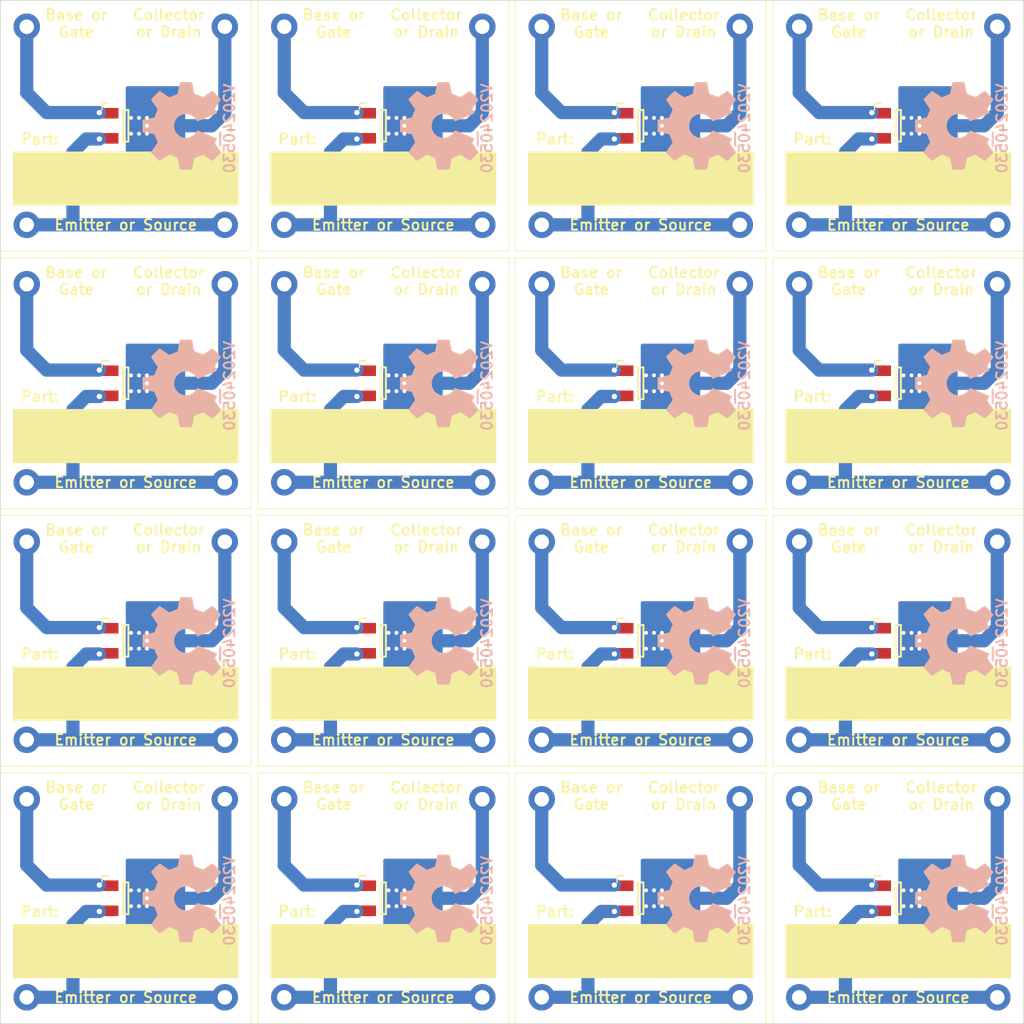
<source format=kicad_pcb>
(kicad_pcb (version 20221018) (generator pcbnew)
  (layers (0 "F.Cu" mixed) (31 "B.Cu" mixed) (34 "B.Paste" user) (35 "F.Paste" user) (36 "B.SilkS" user "B.Silkscreen") (37 "F.SilkS" user "F.Silkscreen") (38 "B.Mask" user) (39 "F.Mask" user) (44 "Edge.Cuts" user))
  (net 0 "")
  (net 1 "/B")
  (net 2 "/E")
  (net 3 "/C")
  (footprint "mill-max:PC_pin_nail_head_6092" (layer "F.Cu") (at 52 133)
    (fp_text reference "J1")
    (fp_text value "B or G")
  )
  (footprint "mill-max:PC_pin_nail_head_6092" (layer "F.Cu") (at 52 148)
    (fp_text reference "J2")
    (fp_text value "E or S")
  )
  (footprint "mill-max:PC_pin_nail_head_6092" (layer "F.Cu") (at 67 133)
    (fp_text reference "J3")
    (fp_text value "C or D")
  )
  (footprint "mill-max:PC_pin_nail_head_6092" (layer "F.Cu") (at 67 148)
    (fp_text reference "J4")
    (fp_text value "E or S")
  )
  (footprint "SquantorIC:SOT23-3" (layer "F.Cu") (at 59.5 140.5)
    (fp_text reference "Q1")
    (fp_text value "Q_NPN_BEC")
  )
  (footprint "mill-max:PC_pin_nail_head_6092" (layer "F.Cu") (at 52 94)
    (fp_text reference "J1")
    (fp_text value "B or G")
  )
  (footprint "mill-max:PC_pin_nail_head_6092" (layer "F.Cu") (at 125.5 109)
    (fp_text reference "J4")
    (fp_text value "E or S")
  )
  (footprint "mill-max:PC_pin_nail_head_6092" (layer "F.Cu") (at 67 74.5)
    (fp_text reference "J3")
    (fp_text value "C or D")
  )
  (footprint "SquantorIC:SOT23-3" (layer "F.Cu") (at 98.5 121)
    (fp_text reference "Q1")
    (fp_text value "Q_NPN_BEC")
  )
  (footprint "mill-max:PC_pin_nail_head_6092" (layer "F.Cu") (at 52 109)
    (fp_text reference "J2")
    (fp_text value "E or S")
  )
  (footprint "mill-max:PC_pin_nail_head_6092" (layer "F.Cu") (at 91 109)
    (fp_text reference "J2")
    (fp_text value "E or S")
  )
  (footprint "mill-max:PC_pin_nail_head_6092" (layer "F.Cu") (at 71.5 94)
    (fp_text reference "J1")
    (fp_text value "B or G")
  )
  (footprint "mill-max:PC_pin_nail_head_6092" (layer "F.Cu") (at 106 74.5)
    (fp_text reference "J3")
    (fp_text value "C or D")
  )
  (footprint "SquantorIC:SOT23-3" (layer "F.Cu") (at 98.5 140.5)
    (fp_text reference "Q1")
    (fp_text value "Q_NPN_BEC")
  )
  (footprint "mill-max:PC_pin_nail_head_6092" (layer "F.Cu") (at 86.5 148)
    (fp_text reference "J4")
    (fp_text value "E or S")
  )
  (footprint "SquantorIC:SOT23-3" (layer "F.Cu") (at 98.5 82)
    (fp_text reference "Q1")
    (fp_text value "Q_NPN_BEC")
  )
  (footprint "mill-max:PC_pin_nail_head_6092" (layer "F.Cu") (at 125.5 133)
    (fp_text reference "J3")
    (fp_text value "C or D")
  )
  (footprint "mill-max:PC_pin_nail_head_6092" (layer "F.Cu") (at 110.5 89.5)
    (fp_text reference "J2")
    (fp_text value "E or S")
  )
  (footprint "mill-max:PC_pin_nail_head_6092" (layer "F.Cu") (at 91 89.5)
    (fp_text reference "J2")
    (fp_text value "E or S")
  )
  (footprint "SquantorIC:SOT23-3" (layer "F.Cu") (at 79 101.5)
    (fp_text reference "Q1")
    (fp_text value "Q_NPN_BEC")
  )
  (footprint "mill-max:PC_pin_nail_head_6092" (layer "F.Cu") (at 106 148)
    (fp_text reference "J4")
    (fp_text value "E or S")
  )
  (footprint "SquantorIC:SOT23-3" (layer "F.Cu") (at 118 140.5)
    (fp_text reference "Q1")
    (fp_text value "Q_NPN_BEC")
  )
  (footprint "mill-max:PC_pin_nail_head_6092" (layer "F.Cu") (at 125.5 89.5)
    (fp_text reference "J4")
    (fp_text value "E or S")
  )
  (footprint "mill-max:PC_pin_nail_head_6092" (layer "F.Cu") (at 106 128.5)
    (fp_text reference "J4")
    (fp_text value "E or S")
  )
  (footprint "mill-max:PC_pin_nail_head_6092" (layer "F.Cu") (at 52 113.5)
    (fp_text reference "J1")
    (fp_text value "B or G")
  )
  (footprint "mill-max:PC_pin_nail_head_6092" (layer "F.Cu") (at 52 128.5)
    (fp_text reference "J2")
    (fp_text value "E or S")
  )
  (footprint "SquantorIC:SOT23-3" (layer "F.Cu") (at 59.5 101.5)
    (fp_text reference "Q1")
    (fp_text value "Q_NPN_BEC")
  )
  (footprint "SquantorIC:SOT23-3" (layer "F.Cu") (at 118 82)
    (fp_text reference "Q1")
    (fp_text value "Q_NPN_BEC")
  )
  (footprint "mill-max:PC_pin_nail_head_6092" (layer "F.Cu") (at 125.5 113.5)
    (fp_text reference "J3")
    (fp_text value "C or D")
  )
  (footprint "mill-max:PC_pin_nail_head_6092" (layer "F.Cu") (at 86.5 128.5)
    (fp_text reference "J4")
    (fp_text value "E or S")
  )
  (footprint "mill-max:PC_pin_nail_head_6092" (layer "F.Cu") (at 91 133)
    (fp_text reference "J1")
    (fp_text value "B or G")
  )
  (footprint "mill-max:PC_pin_nail_head_6092" (layer "F.Cu") (at 91 113.5)
    (fp_text reference "J1")
    (fp_text value "B or G")
  )
  (footprint "mill-max:PC_pin_nail_head_6092" (layer "F.Cu") (at 110.5 109)
    (fp_text reference "J2")
    (fp_text value "E or S")
  )
  (footprint "mill-max:PC_pin_nail_head_6092" (layer "F.Cu") (at 71.5 128.5)
    (fp_text reference "J2")
    (fp_text value "E or S")
  )
  (footprint "SquantorIC:SOT23-3" (layer "F.Cu") (at 79 121)
    (fp_text reference "Q1")
    (fp_text value "Q_NPN_BEC")
  )
  (footprint "mill-max:PC_pin_nail_head_6092" (layer "F.Cu") (at 110.5 94)
    (fp_text reference "J1")
    (fp_text value "B or G")
  )
  (footprint "mill-max:PC_pin_nail_head_6092" (layer "F.Cu") (at 86.5 109)
    (fp_text reference "J4")
    (fp_text value "E or S")
  )
  (footprint "mill-max:PC_pin_nail_head_6092" (layer "F.Cu") (at 106 89.5)
    (fp_text reference "J4")
    (fp_text value "E or S")
  )
  (footprint "mill-max:PC_pin_nail_head_6092" (layer "F.Cu") (at 110.5 128.5)
    (fp_text reference "J2")
    (fp_text value "E or S")
  )
  (footprint "mill-max:PC_pin_nail_head_6092" (layer "F.Cu") (at 86.5 113.5)
    (fp_text reference "J3")
    (fp_text value "C or D")
  )
  (footprint "mill-max:PC_pin_nail_head_6092" (layer "F.Cu") (at 106 133)
    (fp_text reference "J3")
    (fp_text value "C or D")
  )
  (footprint "mill-max:PC_pin_nail_head_6092" (layer "F.Cu") (at 71.5 133)
    (fp_text reference "J1")
    (fp_text value "B or G")
  )
  (footprint "mill-max:PC_pin_nail_head_6092" (layer "F.Cu") (at 110.5 74.5)
    (fp_text reference "J1")
    (fp_text value "B or G")
  )
  (footprint "mill-max:PC_pin_nail_head_6092" (layer "F.Cu") (at 71.5 113.5)
    (fp_text reference "J1")
    (fp_text value "B or G")
  )
  (footprint "mill-max:PC_pin_nail_head_6092" (layer "F.Cu") (at 125.5 148)
    (fp_text reference "J4")
    (fp_text value "E or S")
  )
  (footprint "mill-max:PC_pin_nail_head_6092" (layer "F.Cu") (at 91 128.5)
    (fp_text reference "J2")
    (fp_text value "E or S")
  )
  (footprint "mill-max:PC_pin_nail_head_6092" (layer "F.Cu") (at 71.5 89.5)
    (fp_text reference "J2")
    (fp_text value "E or S")
  )
  (footprint "SquantorIC:SOT23-3" (layer "F.Cu") (at 59.5 82)
    (fp_text reference "Q1")
    (fp_text value "Q_NPN_BEC")
  )
  (footprint "mill-max:PC_pin_nail_head_6092" (layer "F.Cu") (at 71.5 74.5)
    (fp_text reference "J1")
    (fp_text value "B or G")
  )
  (footprint "mill-max:PC_pin_nail_head_6092" (layer "F.Cu") (at 67 94)
    (fp_text reference "J3")
    (fp_text value "C or D")
  )
  (footprint "mill-max:PC_pin_nail_head_6092" (layer "F.Cu") (at 110.5 133)
    (fp_text reference "J1")
    (fp_text value "B or G")
  )
  (footprint "mill-max:PC_pin_nail_head_6092" (layer "F.Cu") (at 91 94)
    (fp_text reference "J1")
    (fp_text value "B or G")
  )
  (footprint "mill-max:PC_pin_nail_head_6092" (layer "F.Cu") (at 52 74.5)
    (fp_text reference "J1")
    (fp_text value "B or G")
  )
  (footprint "mill-max:PC_pin_nail_head_6092" (layer "F.Cu") (at 91 74.5)
    (fp_text reference "J1")
    (fp_text value "B or G")
  )
  (footprint "mill-max:PC_pin_nail_head_6092" (layer "F.Cu") (at 106 109)
    (fp_text reference "J4")
    (fp_text value "E or S")
  )
  (footprint "SquantorIC:SOT23-3" (layer "F.Cu") (at 79 140.5)
    (fp_text reference "Q1")
    (fp_text value "Q_NPN_BEC")
  )
  (footprint "mill-max:PC_pin_nail_head_6092" (layer "F.Cu") (at 52 89.5)
    (fp_text reference "J2")
    (fp_text value "E or S")
  )
  (footprint "mill-max:PC_pin_nail_head_6092" (layer "F.Cu") (at 125.5 74.5)
    (fp_text reference "J3")
    (fp_text value "C or D")
  )
  (footprint "mill-max:PC_pin_nail_head_6092" (layer "F.Cu") (at 86.5 89.5)
    (fp_text reference "J4")
    (fp_text value "E or S")
  )
  (footprint "mill-max:PC_pin_nail_head_6092" (layer "F.Cu") (at 86.5 94)
    (fp_text reference "J3")
    (fp_text value "C or D")
  )
  (footprint "SquantorIC:SOT23-3" (layer "F.Cu") (at 118 101.5)
    (fp_text reference "Q1")
    (fp_text value "Q_NPN_BEC")
  )
  (footprint "SquantorIC:SOT23-3" (layer "F.Cu") (at 118 121)
    (fp_text reference "Q1")
    (fp_text value "Q_NPN_BEC")
  )
  (footprint "mill-max:PC_pin_nail_head_6092" (layer "F.Cu") (at 71.5 109)
    (fp_text reference "J2")
    (fp_text value "E or S")
  )
  (footprint "mill-max:PC_pin_nail_head_6092" (layer "F.Cu") (at 67 89.5)
    (fp_text reference "J4")
    (fp_text value "E or S")
  )
  (footprint "mill-max:PC_pin_nail_head_6092" (layer "F.Cu") (at 67 128.5)
    (fp_text reference "J4")
    (fp_text value "E or S")
  )
  (footprint "mill-max:PC_pin_nail_head_6092" (layer "F.Cu") (at 86.5 133)
    (fp_text reference "J3")
    (fp_text value "C or D")
  )
  (footprint "mill-max:PC_pin_nail_head_6092" (layer "F.Cu") (at 71.5 148)
    (fp_text reference "J2")
    (fp_text value "E or S")
  )
  (footprint "mill-max:PC_pin_nail_head_6092" (layer "F.Cu") (at 86.5 74.5)
    (fp_text reference "J3")
    (fp_text value "C or D")
  )
  (footprint "mill-max:PC_pin_nail_head_6092" (layer "F.Cu") (at 125.5 94)
    (fp_text reference "J3")
    (fp_text value "C or D")
  )
  (footprint "SquantorIC:SOT23-3" (layer "F.Cu") (at 79 82)
    (fp_text reference "Q1")
    (fp_text value "Q_NPN_BEC")
  )
  (footprint "SquantorIC:SOT23-3" (layer "F.Cu") (at 98.5 101.5)
    (fp_text reference "Q1")
    (fp_text value "Q_NPN_BEC")
  )
  (footprint "mill-max:PC_pin_nail_head_6092" (layer "F.Cu") (at 106 94)
    (fp_text reference "J3")
    (fp_text value "C or D")
  )
  (footprint "mill-max:PC_pin_nail_head_6092" (layer "F.Cu") (at 91 148)
    (fp_text reference "J2")
    (fp_text value "E or S")
  )
  (footprint "mill-max:PC_pin_nail_head_6092" (layer "F.Cu") (at 106 113.5)
    (fp_text reference "J3")
    (fp_text value "C or D")
  )
  (footprint "SquantorIC:SOT23-3" (layer "F.Cu") (at 59.5 121)
    (fp_text reference "Q1")
    (fp_text value "Q_NPN_BEC")
  )
  (footprint "mill-max:PC_pin_nail_head_6092" (layer "F.Cu") (at 110.5 148)
    (fp_text reference "J2")
    (fp_text value "E or S")
  )
  (footprint "mill-max:PC_pin_nail_head_6092" (layer "F.Cu") (at 110.5 113.5)
    (fp_text reference "J1")
    (fp_text value "B or G")
  )
  (footprint "mill-max:PC_pin_nail_head_6092" (layer "F.Cu") (at 67 109)
    (fp_text reference "J4")
    (fp_text value "E or S")
  )
  (footprint "mill-max:PC_pin_nail_head_6092" (layer "F.Cu") (at 67 113.5)
    (fp_text reference "J3")
    (fp_text value "C or D")
  )
  (footprint "mill-max:PC_pin_nail_head_6092" (layer "F.Cu") (at 125.5 128.5)
    (fp_text reference "J4")
    (fp_text value "E or S")
  )
  (footprint "SquantorLabels:Label_Generic" (layer "B.Cu") (at 67.25 141.5 90)
    (fp_text reference "N1" hide)
    (fp_text value "V20240530")
  )
  (footprint "Symbol:OSHW-Symbol_6.7x6mm_SilkScreen" (layer "B.Cu") (at 63.75 140.5 -90)
    (fp_text reference "N2" hide)
    (fp_text value "OHWLOGO" hide)
  )
  (footprint "Symbol:OSHW-Symbol_6.7x6mm_SilkScreen" (layer "B.Cu") (at 63.75 101.5 -90)
    (fp_text reference "N2" hide)
    (fp_text value "OHWLOGO" hide)
  )
  (footprint "SquantorLabels:Label_Generic" (layer "B.Cu") (at 106.25 141.5 90)
    (fp_text reference "N1" hide)
    (fp_text value "V20240530")
  )
  (footprint "SquantorLabels:Label_Generic" (layer "B.Cu") (at 106.25 102.5 90)
    (fp_text reference "N1" hide)
    (fp_text value "V20240530")
  )
  (footprint "Symbol:OSHW-Symbol_6.7x6mm_SilkScreen" (layer "B.Cu") (at 122.25 140.5 -90)
    (fp_text reference "N2" hide)
    (fp_text value "OHWLOGO" hide)
  )
  (footprint "SquantorLabels:Label_Generic" (layer "B.Cu") (at 106.25 122 90)
    (fp_text reference "N1" hide)
    (fp_text value "V20240530")
  )
  (footprint "Symbol:OSHW-Symbol_6.7x6mm_SilkScreen" (layer "B.Cu") (at 102.75 121 -90)
    (fp_text reference "N2" hide)
    (fp_text value "OHWLOGO" hide)
  )
  (footprint "Symbol:OSHW-Symbol_6.7x6mm_SilkScreen" (layer "B.Cu") (at 102.75 82 -90)
    (fp_text reference "N2" hide)
    (fp_text value "OHWLOGO" hide)
  )
  (footprint "Symbol:OSHW-Symbol_6.7x6mm_SilkScreen" (layer "B.Cu") (at 83.25 140.5 -90)
    (fp_text reference "N2" hide)
    (fp_text value "OHWLOGO" hide)
  )
  (footprint "SquantorLabels:Label_Generic" (layer "B.Cu") (at 86.75 102.5 90)
    (fp_text reference "N1" hide)
    (fp_text value "V20240530")
  )
  (footprint "SquantorLabels:Label_Generic" (layer "B.Cu") (at 67.25 122 90)
    (fp_text reference "N1" hide)
    (fp_text value "V20240530")
  )
  (footprint "Symbol:OSHW-Symbol_6.7x6mm_SilkScreen" (layer "B.Cu") (at 83.25 82 -90)
    (fp_text reference "N2" hide)
    (fp_text value "OHWLOGO" hide)
  )
  (footprint "Symbol:OSHW-Symbol_6.7x6mm_SilkScreen" (layer "B.Cu") (at 63.75 121 -90)
    (fp_text reference "N2" hide)
    (fp_text value "OHWLOGO" hide)
  )
  (footprint "SquantorLabels:Label_Generic" (layer "B.Cu") (at 86.75 141.5 90)
    (fp_text reference "N1" hide)
    (fp_text value "V20240530")
  )
  (footprint "Symbol:OSHW-Symbol_6.7x6mm_SilkScreen" (layer "B.Cu") (at 102.75 101.5 -90)
    (fp_text reference "N2" hide)
    (fp_text value "OHWLOGO" hide)
  )
  (footprint "Symbol:OSHW-Symbol_6.7x6mm_SilkScreen" (layer "B.Cu") (at 102.75 140.5 -90)
    (fp_text reference "N2" hide)
    (fp_text value "OHWLOGO" hide)
  )
  (footprint "SquantorLabels:Label_Generic" (layer "B.Cu") (at 106.25 83 90)
    (fp_text reference "N1" hide)
    (fp_text value "V20240530")
  )
  (footprint "Symbol:OSHW-Symbol_6.7x6mm_SilkScreen" (layer "B.Cu") (at 83.25 121 -90)
    (fp_text reference "N2" hide)
    (fp_text value "OHWLOGO" hide)
  )
  (footprint "Symbol:OSHW-Symbol_6.7x6mm_SilkScreen" (layer "B.Cu") (at 83.25 101.5 -90)
    (fp_text reference "N2" hide)
    (fp_text value "OHWLOGO" hide)
  )
  (footprint "Symbol:OSHW-Symbol_6.7x6mm_SilkScreen" (layer "B.Cu") (at 122.25 101.5 -90)
    (fp_text reference "N2" hide)
    (fp_text value "OHWLOGO" hide)
  )
  (footprint "SquantorLabels:Label_Generic" (layer "B.Cu") (at 125.75 141.5 90)
    (fp_text reference "N1" hide)
    (fp_text value "V20240530")
  )
  (footprint "SquantorLabels:Label_Generic" (layer "B.Cu") (at 125.75 83 90)
    (fp_text reference "N1" hide)
    (fp_text value "V20240530")
  )
  (footprint "SquantorLabels:Label_Generic" (layer "B.Cu") (at 125.75 122 90)
    (fp_text reference "N1" hide)
    (fp_text value "V20240530")
  )
  (footprint "SquantorLabels:Label_Generic" (layer "B.Cu") (at 125.75 102.5 90)
    (fp_text reference "N1" hide)
    (fp_text value "V20240530")
  )
  (footprint "Symbol:OSHW-Symbol_6.7x6mm_SilkScreen" (layer "B.Cu") (at 63.75 82 -90)
    (fp_text reference "N2" hide)
    (fp_text value "OHWLOGO" hide)
  )
  (footprint "SquantorLabels:Label_Generic" (layer "B.Cu") (at 86.75 83 90)
    (fp_text reference "N1" hide)
    (fp_text value "V20240530")
  )
  (footprint "SquantorLabels:Label_Generic" (layer "B.Cu") (at 67.25 102.5 90)
    (fp_text reference "N1" hide)
    (fp_text value "V20240530")
  )
  (footprint "SquantorLabels:Label_Generic" (layer "B.Cu") (at 86.75 122 90)
    (fp_text reference "N1" hide)
    (fp_text value "V20240530")
  )
  (footprint "Symbol:OSHW-Symbol_6.7x6mm_SilkScreen" (layer "B.Cu") (at 122.25 121 -90)
    (fp_text reference "N2" hide)
    (fp_text value "OHWLOGO" hide)
  )
  (footprint "SquantorLabels:Label_Generic" (layer "B.Cu") (at 67.25 83 90)
    (fp_text reference "N1" hide)
    (fp_text value "V20240530")
  )
  (footprint "Symbol:OSHW-Symbol_6.7x6mm_SilkScreen" (layer "B.Cu") (at 122.25 82 -90)
    (fp_text reference "N2" hide)
    (fp_text value "OHWLOGO" hide)
  )
  (gr_line (start 50 150) (end 69 150) (stroke (width 0.05)) (layer "F.SilkS"))
  (gr_line (start 69 131) (end 69 150) (stroke (width 0.05)) (layer "F.SilkS"))
  (gr_line (start 69 131) (end 50 131) (stroke (width 0.05)) (layer "F.SilkS"))
  (gr_line (start 69.5 150) (end 88.5 150) (stroke (width 0.05)) (layer "F.SilkS"))
  (gr_line (start 88.5 131) (end 88.5 150) (stroke (width 0.05)) (layer "F.SilkS"))
  (gr_line (start 50 91.5) (end 50 72.5) (stroke (width 0.05)) (layer "F.SilkS"))
  (gr_poly (pts (xy 68 146.5) (xy 51 146.5) (xy 51 142.5) (xy 68 142.5)) (stroke (width 0.1)) (fill solid) (layer "F.SilkS"))
  (gr_line (start 89 150) (end 89 131) (stroke (width 0.05)) (layer "F.SilkS"))
  (gr_line (start 50 130.5) (end 50 111.5) (stroke (width 0.05)) (layer "F.SilkS"))
  (gr_poly (pts (xy 107 107.5) (xy 90 107.5) (xy 90 103.5) (xy 107 103.5)) (stroke (width 0.1)) (fill solid) (layer "F.SilkS"))
  (gr_line (start 108 131) (end 89 131) (stroke (width 0.05)) (layer "F.SilkS"))
  (gr_line (start 50 130.5) (end 69 130.5) (stroke (width 0.05)) (layer "F.SilkS"))
  (gr_line (start 69.5 130.5) (end 69.5 111.5) (stroke (width 0.05)) (layer "F.SilkS"))
  (gr_line (start 88.5 72.5) (end 88.5 91.5) (stroke (width 0.05)) (layer "F.SilkS"))
  (gr_line (start 127.5 111.5) (end 108.5 111.5) (stroke (width 0.05)) (layer "F.SilkS"))
  (gr_line (start 89 91.5) (end 89 72.5) (stroke (width 0.05)) (layer "F.SilkS"))
  (gr_line (start 69 92) (end 69 111) (stroke (width 0.05)) (layer "F.SilkS"))
  (gr_line (start 108 72.5) (end 108 91.5) (stroke (width 0.05)) (layer "F.SilkS"))
  (gr_line (start 69 92) (end 50 92) (stroke (width 0.05)) (layer "F.SilkS"))
  (gr_line (start 108.5 130.5) (end 127.5 130.5) (stroke (width 0.05)) (layer "F.SilkS"))
  (gr_line (start 108.5 111) (end 127.5 111) (stroke (width 0.05)) (layer "F.SilkS"))
  (gr_poly (pts (xy 87.5 107.5) (xy 70.5 107.5) (xy 70.5 103.5) (xy 87.5 103.5)) (stroke (width 0.1)) (fill solid) (layer "F.SilkS"))
  (gr_poly (pts (xy 87.5 127) (xy 70.5 127) (xy 70.5 123) (xy 87.5 123)) (stroke (width 0.1)) (fill solid) (layer "F.SilkS"))
  (gr_line (start 108 92) (end 89 92) (stroke (width 0.05)) (layer "F.SilkS"))
  (gr_line (start 50 111) (end 69 111) (stroke (width 0.05)) (layer "F.SilkS"))
  (gr_line (start 127.5 92) (end 127.5 111) (stroke (width 0.05)) (layer "F.SilkS"))
  (gr_poly (pts (xy 126.5 127) (xy 109.5 127) (xy 109.5 123) (xy 126.5 123)) (stroke (width 0.1)) (fill solid) (layer "F.SilkS"))
  (gr_line (start 108.5 91.5) (end 127.5 91.5) (stroke (width 0.05)) (layer "F.SilkS"))
  (gr_line (start 69.5 111) (end 88.5 111) (stroke (width 0.05)) (layer "F.SilkS"))
  (gr_line (start 108 111.5) (end 89 111.5) (stroke (width 0.05)) (layer "F.SilkS"))
  (gr_line (start 50 91.5) (end 69 91.5) (stroke (width 0.05)) (layer "F.SilkS"))
  (gr_line (start 89 150) (end 108 150) (stroke (width 0.05)) (layer "F.SilkS"))
  (gr_poly (pts (xy 107 127) (xy 90 127) (xy 90 123) (xy 107 123)) (stroke (width 0.1)) (fill solid) (layer "F.SilkS"))
  (gr_poly (pts (xy 68 127) (xy 51 127) (xy 51 123) (xy 68 123)) (stroke (width 0.1)) (fill solid) (layer "F.SilkS"))
  (gr_poly (pts (xy 87.5 146.5) (xy 70.5 146.5) (xy 70.5 142.5) (xy 87.5 142.5)) (stroke (width 0.1)) (fill solid) (layer "F.SilkS"))
  (gr_line (start 69 111.5) (end 50 111.5) (stroke (width 0.05)) (layer "F.SilkS"))
  (gr_line (start 89 130.5) (end 89 111.5) (stroke (width 0.05)) (layer "F.SilkS"))
  (gr_line (start 89 91.5) (end 108 91.5) (stroke (width 0.05)) (layer "F.SilkS"))
  (gr_poly (pts (xy 126.5 88) (xy 109.5 88) (xy 109.5 84) (xy 126.5 84)) (stroke (width 0.1)) (fill solid) (layer "F.SilkS"))
  (gr_line (start 89 111) (end 89 92) (stroke (width 0.05)) (layer "F.SilkS"))
  (gr_line (start 108.5 91.5) (end 108.5 72.5) (stroke (width 0.05)) (layer "F.SilkS"))
  (gr_line (start 69 72.5) (end 69 91.5) (stroke (width 0.05)) (layer "F.SilkS"))
  (gr_line (start 127.5 72.5) (end 127.5 91.5) (stroke (width 0.05)) (layer "F.SilkS"))
  (gr_line (start 50 111) (end 50 92) (stroke (width 0.05)) (layer "F.SilkS"))
  (gr_line (start 108.5 130.5) (end 108.5 111.5) (stroke (width 0.05)) (layer "F.SilkS"))
  (gr_line (start 69 111.5) (end 69 130.5) (stroke (width 0.05)) (layer "F.SilkS"))
  (gr_line (start 88.5 72.5) (end 69.5 72.5) (stroke (width 0.05)) (layer "F.SilkS"))
  (gr_line (start 88.5 131) (end 69.5 131) (stroke (width 0.05)) (layer "F.SilkS"))
  (gr_poly (pts (xy 107 88) (xy 90 88) (xy 90 84) (xy 107 84)) (stroke (width 0.1)) (fill solid) (layer "F.SilkS"))
  (gr_line (start 89 111) (end 108 111) (stroke (width 0.05)) (layer "F.SilkS"))
  (gr_line (start 108.5 150) (end 127.5 150) (stroke (width 0.05)) (layer "F.SilkS"))
  (gr_line (start 69.5 91.5) (end 88.5 91.5) (stroke (width 0.05)) (layer "F.SilkS"))
  (gr_line (start 69.5 91.5) (end 69.5 72.5) (stroke (width 0.05)) (layer "F.SilkS"))
  (gr_poly (pts (xy 87.5 88) (xy 70.5 88) (xy 70.5 84) (xy 87.5 84)) (stroke (width 0.1)) (fill solid) (layer "F.SilkS"))
  (gr_line (start 69.5 111) (end 69.5 92) (stroke (width 0.05)) (layer "F.SilkS"))
  (gr_line (start 69.5 130.5) (end 88.5 130.5) (stroke (width 0.05)) (layer "F.SilkS"))
  (gr_line (start 69 72.5) (end 50 72.5) (stroke (width 0.05)) (layer "F.SilkS"))
  (gr_poly (pts (xy 126.5 146.5) (xy 109.5 146.5) (xy 109.5 142.5) (xy 126.5 142.5)) (stroke (width 0.1)) (fill solid) (layer "F.SilkS"))
  (gr_line (start 127.5 92) (end 108.5 92) (stroke (width 0.05)) (layer "F.SilkS"))
  (gr_line (start 50 150) (end 50 131) (stroke (width 0.05)) (layer "F.SilkS"))
  (gr_line (start 88.5 111.5) (end 88.5 130.5) (stroke (width 0.05)) (layer "F.SilkS"))
  (gr_poly (pts (xy 107 146.5) (xy 90 146.5) (xy 90 142.5) (xy 107 142.5)) (stroke (width 0.1)) (fill solid) (layer "F.SilkS"))
  (gr_line (start 108 111.5) (end 108 130.5) (stroke (width 0.05)) (layer "F.SilkS"))
  (gr_line (start 108 72.5) (end 89 72.5) (stroke (width 0.05)) (layer "F.SilkS"))
  (gr_line (start 127.5 131) (end 127.5 150) (stroke (width 0.05)) (layer "F.SilkS"))
  (gr_line (start 108 92) (end 108 111) (stroke (width 0.05)) (layer "F.SilkS"))
  (gr_line (start 108.5 150) (end 108.5 131) (stroke (width 0.05)) (layer "F.SilkS"))
  (gr_line (start 108.5 111) (end 108.5 92) (stroke (width 0.05)) (layer "F.SilkS"))
  (gr_line (start 127.5 111.5) (end 127.5 130.5) (stroke (width 0.05)) (layer "F.SilkS"))
  (gr_poly (pts (xy 68 107.5) (xy 51 107.5) (xy 51 103.5) (xy 68 103.5)) (stroke (width 0.1)) (fill solid) (layer "F.SilkS"))
  (gr_line (start 108 131) (end 108 150) (stroke (width 0.05)) (layer "F.SilkS"))
  (gr_line (start 88.5 111.5) (end 69.5 111.5) (stroke (width 0.05)) (layer "F.SilkS"))
  (gr_line (start 88.5 92) (end 69.5 92) (stroke (width 0.05)) (layer "F.SilkS"))
  (gr_poly (pts (xy 68 88) (xy 51 88) (xy 51 84) (xy 68 84)) (stroke (width 0.1)) (fill solid) (layer "F.SilkS"))
  (gr_line (start 88.5 92) (end 88.5 111) (stroke (width 0.05)) (layer "F.SilkS"))
  (gr_line (start 69.5 150) (end 69.5 131) (stroke (width 0.05)) (layer "F.SilkS"))
  (gr_line (start 127.5 72.5) (end 108.5 72.5) (stroke (width 0.05)) (layer "F.SilkS"))
  (gr_line (start 89 130.5) (end 108 130.5) (stroke (width 0.05)) (layer "F.SilkS"))
  (gr_poly (pts (xy 126.5 107.5) (xy 109.5 107.5) (xy 109.5 103.5) (xy 126.5 103.5)) (stroke (width 0.1)) (fill solid) (layer "F.SilkS"))
  (gr_line (start 127.5 131) (end 108.5 131) (stroke (width 0.05)) (layer "F.SilkS"))
  (gr_line (start 127.5 72.5) (end 127.5 150) (stroke (width 0.05)) (layer "Edge.Cuts"))
  (gr_line (start 50 72.5) (end 127.5 72.5) (stroke (width 0.05)) (layer "Edge.Cuts"))
  (gr_line (start 127.5 150) (end 50 150) (stroke (width 0.05)) (layer "Edge.Cuts"))
  (gr_line (start 50 150) (end 50 72.5) (stroke (width 0.05)) (layer "Edge.Cuts"))
  (gr_text "Base or\nGate" (at 114.25 113.25) (layer "F.SilkS") (effects (font (size 0.8 0.8) (thickness 0.15) bold)))
  (gr_text "Emitter or Source" (at 98.5 128.5) (layer "F.SilkS") (effects (font (size 0.8 0.8) (thickness 0.15) bold)))
  (gr_text "Base or\nGate" (at 75.25 132.75) (layer "F.SilkS") (effects (font (size 0.8 0.8) (thickness 0.15) bold)))
  (gr_text "Part:" (at 53 141.5) (layer "F.SilkS") (effects (font (size 0.8 0.8) (thickness 0.15) bold)))
  (gr_text "Emitter or Source" (at 79 109) (layer "F.SilkS") (effects (font (size 0.8 0.8) (thickness 0.15) bold)))
  (gr_text "Collector\nor Drain" (at 82.25 132.75) (layer "F.SilkS") (effects (font (size 0.8 0.8) (thickness 0.15) bold)))
  (gr_text "Emitter or Source" (at 59.5 109) (layer "F.SilkS") (effects (font (size 0.8 0.8) (thickness 0.15) bold)))
  (gr_text "Base or\nGate" (at 75.25 113.25) (layer "F.SilkS") (effects (font (size 0.8 0.8) (thickness 0.15) bold)))
  (gr_text "Base or\nGate" (at 94.75 113.25) (layer "F.SilkS") (effects (font (size 0.8 0.8) (thickness 0.15) bold)))
  (gr_text "Part:" (at 111.5 122) (layer "F.SilkS") (effects (font (size 0.8 0.8) (thickness 0.15) bold)))
  (gr_text "Part:" (at 92 122) (layer "F.SilkS") (effects (font (size 0.8 0.8) (thickness 0.15) bold)))
  (gr_text "Emitter or Source" (at 79 89.5) (layer "F.SilkS") (effects (font (size 0.8 0.8) (thickness 0.15) bold)))
  (gr_text "Base or\nGate" (at 55.75 93.75) (layer "F.SilkS") (effects (font (size 0.8 0.8) (thickness 0.15) bold)))
  (gr_text "Base or\nGate" (at 75.25 74.25) (layer "F.SilkS") (effects (font (size 0.8 0.8) (thickness 0.15) bold)))
  (gr_text "Collector\nor Drain" (at 101.75 74.25) (layer "F.SilkS") (effects (font (size 0.8 0.8) (thickness 0.15) bold)))
  (gr_text "Emitter or Source" (at 118 89.5) (layer "F.SilkS") (effects (font (size 0.8 0.8) (thickness 0.15) bold)))
  (gr_text "Collector\nor Drain" (at 82.25 74.25) (layer "F.SilkS") (effects (font (size 0.8 0.8) (thickness 0.15) bold)))
  (gr_text "Part:" (at 53 83) (layer "F.SilkS") (effects (font (size 0.8 0.8) (thickness 0.15) bold)))
  (gr_text "Emitter or Source" (at 98.5 89.5) (layer "F.SilkS") (effects (font (size 0.8 0.8) (thickness 0.15) bold)))
  (gr_text "Collector\nor Drain" (at 101.75 113.25) (layer "F.SilkS") (effects (font (size 0.8 0.8) (thickness 0.15) bold)))
  (gr_text "Base or\nGate" (at 94.75 93.75) (layer "F.SilkS") (effects (font (size 0.8 0.8) (thickness 0.15) bold)))
  (gr_text "Collector\nor Drain" (at 62.75 132.75) (layer "F.SilkS") (effects (font (size 0.8 0.8) (thickness 0.15) bold)))
  (gr_text "Part:" (at 111.5 141.5) (layer "F.SilkS") (effects (font (size 0.8 0.8) (thickness 0.15) bold)))
  (gr_text "Collector\nor Drain" (at 82.25 93.75) (layer "F.SilkS") (effects (font (size 0.8 0.8) (thickness 0.15) bold)))
  (gr_text "Collector\nor Drain" (at 62.75 93.75) (layer "F.SilkS") (effects (font (size 0.8 0.8) (thickness 0.15) bold)))
  (gr_text "Emitter or Source" (at 98.5 109) (layer "F.SilkS") (effects (font (size 0.8 0.8) (thickness 0.15) bold)))
  (gr_text "Base or\nGate" (at 114.25 93.75) (layer "F.SilkS") (effects (font (size 0.8 0.8) (thickness 0.15) bold)))
  (gr_text "Collector\nor Drain" (at 62.75 74.25) (layer "F.SilkS") (effects (font (size 0.8 0.8) (thickness 0.15) bold)))
  (gr_text "Part:" (at 72.5 102.5) (layer "F.SilkS") (effects (font (size 0.8 0.8) (thickness 0.15) bold)))
  (gr_text "Collector\nor Drain" (at 121.25 74.25) (layer "F.SilkS") (effects (font (size 0.8 0.8) (thickness 0.15) bold)))
  (gr_text "Collector\nor Drain" (at 82.25 113.25) (layer "F.SilkS") (effects (font (size 0.8 0.8) (thickness 0.15) bold)))
  (gr_text "Part:" (at 92 141.5) (layer "F.SilkS") (effects (font (size 0.8 0.8) (thickness 0.15) bold)))
  (gr_text "Emitter or Source" (at 59.5 148) (layer "F.SilkS") (effects (font (size 0.8 0.8) (thickness 0.15) bold)))
  (gr_text "Part:" (at 72.5 83) (layer "F.SilkS") (effects (font (size 0.8 0.8) (thickness 0.15) bold)))
  (gr_text "Collector\nor Drain" (at 121.25 93.75) (layer "F.SilkS") (effects (font (size 0.8 0.8) (thickness 0.15) bold)))
  (gr_text "Base or\nGate" (at 114.25 132.75) (layer "F.SilkS") (effects (font (size 0.8 0.8) (thickness 0.15) bold)))
  (gr_text "Base or\nGate" (at 94.75 132.75) (layer "F.SilkS") (effects (font (size 0.8 0.8) (thickness 0.15) bold)))
  (gr_text "Base or\nGate" (at 94.75 74.25) (layer "F.SilkS") (effects (font (size 0.8 0.8) (thickness 0.15) bold)))
  (gr_text "Emitter or Source" (at 98.5 148) (layer "F.SilkS") (effects (font (size 0.8 0.8) (thickness 0.15) bold)))
  (gr_text "Base or\nGate" (at 75.25 93.75) (layer "F.SilkS") (effects (font (size 0.8 0.8) (thickness 0.15) bold)))
  (gr_text "Base or\nGate" (at 55.75 132.75) (layer "F.SilkS") (effects (font (size 0.8 0.8) (thickness 0.15) bold)))
  (gr_text "Part:" (at 111.5 83) (layer "F.SilkS") (effects (font (size 0.8 0.8) (thickness 0.15) bold)))
  (gr_text "Part:" (at 111.5 102.5) (layer "F.SilkS") (effects (font (size 0.8 0.8) (thickness 0.15) bold)))
  (gr_text "Part:" (at 92 102.5) (layer "F.SilkS") (effects (font (size 0.8 0.8) (thickness 0.15) bold)))
  (gr_text "Emitter or Source" (at 118 148) (layer "F.SilkS") (effects (font (size 0.8 0.8) (thickness 0.15) bold)))
  (gr_text "Part:" (at 92 83) (layer "F.SilkS") (effects (font (size 0.8 0.8) (thickness 0.15) bold)))
  (gr_text "Base or\nGate" (at 55.75 74.25) (layer "F.SilkS") (effects (font (size 0.8 0.8) (thickness 0.15) bold)))
  (gr_text "Base or\nGate" (at 114.25 74.25) (layer "F.SilkS") (effects (font (size 0.8 0.8) (thickness 0.15) bold)))
  (gr_text "Base or\nGate" (at 55.75 113.25) (layer "F.SilkS") (effects (font (size 0.8 0.8) (thickness 0.15) bold)))
  (gr_text "Emitter or Source" (at 79 128.5) (layer "F.SilkS") (effects (font (size 0.8 0.8) (thickness 0.15) bold)))
  (gr_text "Emitter or Source" (at 79 148) (layer "F.SilkS") (effects (font (size 0.8 0.8) (thickness 0.15) bold)))
  (gr_text "Emitter or Source" (at 59.5 128.5) (layer "F.SilkS") (effects (font (size 0.8 0.8) (thickness 0.15) bold)))
  (gr_text "Emitter or Source" (at 118 109) (layer "F.SilkS") (effects (font (size 0.8 0.8) (thickness 0.15) bold)))
  (gr_text "Collector\nor Drain" (at 101.75 132.75) (layer "F.SilkS") (effects (font (size 0.8 0.8) (thickness 0.15) bold)))
  (gr_text "Emitter or Source" (at 118 128.5) (layer "F.SilkS") (effects (font (size 0.8 0.8) (thickness 0.15) bold)))
  (gr_text "Part:" (at 53 122) (layer "F.SilkS") (effects (font (size 0.8 0.8) (thickness 0.15) bold)))
  (gr_text "Collector\nor Drain" (at 62.75 113.25) (layer "F.SilkS") (effects (font (size 0.8 0.8) (thickness 0.15) bold)))
  (gr_text "Collector\nor Drain" (at 101.75 93.75) (layer "F.SilkS") (effects (font (size 0.8 0.8) (thickness 0.15) bold)))
  (gr_text "Part:" (at 53 102.5) (layer "F.SilkS") (effects (font (size 0.8 0.8) (thickness 0.15) bold)))
  (gr_text "Emitter or Source" (at 59.5 89.5) (layer "F.SilkS") (effects (font (size 0.8 0.8) (thickness 0.15) bold)))
  (gr_text "Part:" (at 72.5 122) (layer "F.SilkS") (effects (font (size 0.8 0.8) (thickness 0.15) bold)))
  (gr_text "Collector\nor Drain" (at 121.25 132.75) (layer "F.SilkS") (effects (font (size 0.8 0.8) (thickness 0.15) bold)))
  (gr_text "Part:" (at 72.5 141.5) (layer "F.SilkS") (effects (font (size 0.8 0.8) (thickness 0.15) bold)))
  (gr_text "Collector\nor Drain" (at 121.25 113.25) (layer "F.SilkS") (effects (font (size 0.8 0.8) (thickness 0.15) bold)))
  (segment (start 58.5 120.05) (end 57.55 120.05) (width 0.8) (layer "F.Cu") (net 1))
  (segment (start 58.5 139.55) (end 57.55 139.55) (width 0.8) (layer "F.Cu") (net 1))
  (segment (start 78 120.05) (end 77.05 120.05) (width 0.8) (layer "F.Cu") (net 1))
  (segment (start 97.5 139.55) (end 96.55 139.55) (width 0.8) (layer "F.Cu") (net 1))
  (segment (start 97.5 100.55) (end 96.55 100.55) (width 0.8) (layer "F.Cu") (net 1))
  (segment (start 77.05 139.55) (end 77 139.5) (width 0.8) (layer "F.Cu") (net 1))
  (segment (start 96.55 81.05) (end 96.5 81) (width 0.8) (layer "F.Cu") (net 1))
  (segment (start 96.55 100.55) (end 96.5 100.5) (width 0.8) (layer "F.Cu") (net 1))
  (segment (start 77.05 100.55) (end 77 100.5) (width 0.8) (layer "F.Cu") (net 1))
  (segment (start 78 139.55) (end 77.05 139.55) (width 0.8) (layer "F.Cu") (net 1))
  (segment (start 116.05 81.05) (end 116 81) (width 0.8) (layer "F.Cu") (net 1))
  (segment (start 96.55 139.55) (end 96.5 139.5) (width 0.8) (layer "F.Cu") (net 1))
  (segment (start 116.05 120.05) (end 116 120) (width 0.8) (layer "F.Cu") (net 1))
  (segment (start 96.55 120.05) (end 96.5 120) (width 0.8) (layer "F.Cu") (net 1))
  (segment (start 97.5 120.05) (end 96.55 120.05) (width 0.8) (layer "F.Cu") (net 1))
  (segment (start 57.55 100.55) (end 57.5 100.5) (width 0.8) (layer "F.Cu") (net 1))
  (segment (start 77.05 120.05) (end 77 120) (width 0.8) (layer "F.Cu") (net 1))
  (segment (start 58.5 81.05) (end 57.55 81.05) (width 0.8) (layer "F.Cu") (net 1))
  (segment (start 58.5 100.55) (end 57.55 100.55) (width 0.8) (layer "F.Cu") (net 1))
  (segment (start 117 139.55) (end 116.05 139.55) (width 0.8) (layer "F.Cu") (net 1))
  (segment (start 57.55 120.05) (end 57.5 120) (width 0.8) (layer "F.Cu") (net 1))
  (segment (start 116.05 100.55) (end 116 100.5) (width 0.8) (layer "F.Cu") (net 1))
  (segment (start 57.55 139.55) (end 57.5 139.5) (width 0.8) (layer "F.Cu") (net 1))
  (segment (start 117 120.05) (end 116.05 120.05) (width 0.8) (layer "F.Cu") (net 1))
  (segment (start 117 100.55) (end 116.05 100.55) (width 0.8) (layer "F.Cu") (net 1))
  (segment (start 117 81.05) (end 116.05 81.05) (width 0.8) (layer "F.Cu") (net 1))
  (segment (start 116.05 139.55) (end 116 139.5) (width 0.8) (layer "F.Cu") (net 1))
  (segment (start 57.55 81.05) (end 57.5 81) (width 0.8) (layer "F.Cu") (net 1))
  (segment (start 78 100.55) (end 77.05 100.55) (width 0.8) (layer "F.Cu") (net 1))
  (segment (start 97.5 81.05) (end 96.55 81.05) (width 0.8) (layer "F.Cu") (net 1))
  (segment (start 77.05 81.05) (end 77 81) (width 0.8) (layer "F.Cu") (net 1))
  (segment (start 78 81.05) (end 77.05 81.05) (width 0.8) (layer "F.Cu") (net 1))
  (via (at 57.5 139.5) (size 0.8) (drill 0.4) (layers "F.Cu" "B.Cu") (net 1))
  (via (at 116 81) (size 0.8) (drill 0.4) (layers "F.Cu" "B.Cu") (net 1))
  (via (at 116 120) (size 0.8) (drill 0.4) (layers "F.Cu" "B.Cu") (net 1))
  (via (at 77 81) (size 0.8) (drill 0.4) (layers "F.Cu" "B.Cu") (net 1))
  (via (at 116 139.5) (size 0.8) (drill 0.4) (layers "F.Cu" "B.Cu") (net 1))
  (via (at 77 139.5) (size 0.8) (drill 0.4) (layers "F.Cu" "B.Cu") (net 1))
  (via (at 96.5 139.5) (size 0.8) (drill 0.4) (layers "F.Cu" "B.Cu") (net 1))
  (via (at 57.5 81) (size 0.8) (drill 0.4) (layers "F.Cu" "B.Cu") (net 1))
  (via (at 96.5 100.5) (size 0.8) (drill 0.4) (layers "F.Cu" "B.Cu") (net 1))
  (via (at 77 120) (size 0.8) (drill 0.4) (layers "F.Cu" "B.Cu") (net 1))
  (via (at 96.5 81) (size 0.8) (drill 0.4) (layers "F.Cu" "B.Cu") (net 1))
  (via (at 77 100.5) (size 0.8) (drill 0.4) (layers "F.Cu" "B.Cu") (net 1))
  (via (at 57.5 120) (size 0.8) (drill 0.4) (layers "F.Cu" "B.Cu") (net 1))
  (via (at 96.5 120) (size 0.8) (drill 0.4) (layers "F.Cu" "B.Cu") (net 1))
  (via (at 116 100.5) (size 0.8) (drill 0.4) (layers "F.Cu" "B.Cu") (net 1))
  (via (at 57.5 100.5) (size 0.8) (drill 0.4) (layers "F.Cu" "B.Cu") (net 1))
  (segment (start 73 100.5) (end 77 100.5) (width 1) (layer "B.Cu") (net 1))
  (segment (start 112 120) (end 116 120) (width 1) (layer "B.Cu") (net 1))
  (segment (start 110.5 94) (end 110.5 99) (width 1) (layer "B.Cu") (net 1))
  (segment (start 52 118.5) (end 53.5 120) (width 1) (layer "B.Cu") (net 1))
  (segment (start 53.5 100.5) (end 57.5 100.5) (width 1) (layer "B.Cu") (net 1))
  (segment (start 112 139.5) (end 116 139.5) (width 1) (layer "B.Cu") (net 1))
  (segment (start 112 81) (end 116 81) (width 1) (layer "B.Cu") (net 1))
  (segment (start 71.5 133) (end 71.5 138) (width 1) (layer "B.Cu") (net 1))
  (segment (start 110.5 118.5) (end 112 120) (width 1) (layer "B.Cu") (net 1))
  (segment (start 52 74.5) (end 52 79.5) (width 1) (layer "B.Cu") (net 1))
  (segment (start 73 139.5) (end 77 139.5) (width 1) (layer "B.Cu") (net 1))
  (segment (start 71.5 138) (end 73 139.5) (width 1) (layer "B.Cu") (net 1))
  (segment (start 73 81) (end 77 81) (width 1) (layer "B.Cu") (net 1))
  (segment (start 53.5 139.5) (end 57.5 139.5) (width 1) (layer "B.Cu") (net 1))
  (segment (start 71.5 118.5) (end 73 120) (width 1) (layer "B.Cu") (net 1))
  (segment (start 71.5 94) (end 71.5 99) (width 1) (layer "B.Cu") (net 1))
  (segment (start 110.5 133) (end 110.5 138) (width 1) (layer "B.Cu") (net 1))
  (segment (start 110.5 138) (end 112 139.5) (width 1) (layer "B.Cu") (net 1))
  (segment (start 91 74.5) (end 91 79.5) (width 1) (layer "B.Cu") (net 1))
  (segment (start 71.5 113.5) (end 71.5 118.5) (width 1) (layer "B.Cu") (net 1))
  (segment (start 110.5 79.5) (end 112 81) (width 1) (layer "B.Cu") (net 1))
  (segment (start 53.5 81) (end 57.5 81) (width 1) (layer "B.Cu") (net 1))
  (segment (start 71.5 99) (end 73 100.5) (width 1) (layer "B.Cu") (net 1))
  (segment (start 91 113.5) (end 91 118.5) (width 1) (layer "B.Cu") (net 1))
  (segment (start 92.5 100.5) (end 96.5 100.5) (width 1) (layer "B.Cu") (net 1))
  (segment (start 53.5 120) (end 57.5 120) (width 1) (layer "B.Cu") (net 1))
  (segment (start 110.5 99) (end 112 100.5) (width 1) (layer "B.Cu") (net 1))
  (segment (start 110.5 113.5) (end 110.5 118.5) (width 1) (layer "B.Cu") (net 1))
  (segment (start 52 94) (end 52 99) (width 1) (layer "B.Cu") (net 1))
  (segment (start 73 120) (end 77 120) (width 1) (layer "B.Cu") (net 1))
  (segment (start 91 94) (end 91 99) (width 1) (layer "B.Cu") (net 1))
  (segment (start 91 79.5) (end 92.5 81) (width 1) (layer "B.Cu") (net 1))
  (segment (start 52 113.5) (end 52 118.5) (width 1) (layer "B.Cu") (net 1))
  (segment (start 112 100.5) (end 116 100.5) (width 1) (layer "B.Cu") (net 1))
  (segment (start 52 138) (end 53.5 139.5) (width 1) (layer "B.Cu") (net 1))
  (segment (start 71.5 79.5) (end 73 81) (width 1) (layer "B.Cu") (net 1))
  (segment (start 52 99) (end 53.5 100.5) (width 1) (layer "B.Cu") (net 1))
  (segment (start 91 138) (end 92.5 139.5) (width 1) (layer "B.Cu") (net 1))
  (segment (start 92.5 81) (end 96.5 81) (width 1) (layer "B.Cu") (net 1))
  (segment (start 91 133) (end 91 138) (width 1) (layer "B.Cu") (net 1))
  (segment (start 92.5 120) (end 96.5 120) (width 1) (layer "B.Cu") (net 1))
  (segment (start 52 79.5) (end 53.5 81) (width 1) (layer "B.Cu") (net 1))
  (segment (start 110.5 74.5) (end 110.5 79.5) (width 1) (layer "B.Cu") (net 1))
  (segment (start 52 133) (end 52 138) (width 1) (layer "B.Cu") (net 1))
  (segment (start 71.5 74.5) (end 71.5 79.5) (width 1) (layer "B.Cu") (net 1))
  (segment (start 91 99) (end 92.5 100.5) (width 1) (layer "B.Cu") (net 1))
  (segment (start 91 118.5) (end 92.5 120) (width 1) (layer "B.Cu") (net 1))
  (segment (start 92.5 139.5) (end 96.5 139.5) (width 1) (layer "B.Cu") (net 1))
  (segment (start 58.5 82.95) (end 57.55 82.95) (width 0.8) (layer "F.Cu") (net 2))
  (segment (start 78 141.45) (end 77.05 141.45) (width 0.8) (layer "F.Cu") (net 2))
  (segment (start 116.05 121.95) (end 116 122) (width 0.8) (layer "F.Cu") (net 2))
  (segment (start 96.55 82.95) (end 96.5 83) (width 0.8) (layer "F.Cu") (net 2))
  (segment (start 116.05 141.45) (end 116 141.5) (width 0.8) (layer "F.Cu") (net 2))
  (segment (start 117 141.45) (end 116.05 141.45) (width 0.8) (layer "F.Cu") (net 2))
  (segment (start 117 102.45) (end 116.05 102.45) (width 0.8) (layer "F.Cu") (net 2))
  (segment (start 97.5 141.45) (end 96.55 141.45) (width 0.8) (layer "F.Cu") (net 2))
  (segment (start 116.05 82.95) (end 116 83) (width 0.8) (layer "F.Cu") (net 2))
  (segment (start 78 82.95) (end 77.05 82.95) (width 0.8) (layer "F.Cu") (net 2))
  (segment (start 117 121.95) (end 116.05 121.95) (width 0.8) (layer "F.Cu") (net 2))
  (segment (start 116.05 102.45) (end 116 102.5) (width 0.8) (layer "F.Cu") (net 2))
  (segment (start 77.05 102.45) (end 77 102.5) (width 0.8) (layer "F.Cu") (net 2))
  (segment (start 58.5 121.95) (end 57.55 121.95) (width 0.8) (layer "F.Cu") (net 2))
  (segment (start 58.5 141.45) (end 57.55 141.45) (width 0.8) (layer "F.Cu") (net 2))
  (segment (start 57.55 141.45) (end 57.5 141.5) (width 0.8) (layer "F.Cu") (net 2))
  (segment (start 78 121.95) (end 77.05 121.95) (width 0.8) (layer "F.Cu") (net 2))
  (segment (start 96.55 141.45) (end 96.5 141.5) (width 0.8) (layer "F.Cu") (net 2))
  (segment (start 96.55 102.45) (end 96.5 102.5) (width 0.8) (layer "F.Cu") (net 2))
  (segment (start 97.5 121.95) (end 96.55 121.95) (width 0.8) (layer "F.Cu") (net 2))
  (segment (start 57.55 121.95) (end 57.5 122) (width 0.8) (layer "F.Cu") (net 2))
  (segment (start 78 102.45) (end 77.05 102.45) (width 0.8) (layer "F.Cu") (net 2))
  (segment (start 77.05 141.45) (end 77 141.5) (width 0.8) (layer "F.Cu") (net 2))
  (segment (start 97.5 82.95) (end 96.55 82.95) (width 0.8) (layer "F.Cu") (net 2))
  (segment (start 77.05 82.95) (end 77 83) (width 0.8) (layer "F.Cu") (net 2))
  (segment (start 77.05 121.95) (end 77 122) (width 0.8) (layer "F.Cu") (net 2))
  (segment (start 57.55 102.45) (end 57.5 102.5) (width 0.8) (layer "F.Cu") (net 2))
  (segment (start 117 82.95) (end 116.05 82.95) (width 0.8) (layer "F.Cu") (net 2))
  (segment (start 57.55 82.95) (end 57.5 83) (width 0.8) (layer "F.Cu") (net 2))
  (segment (start 97.5 102.45) (end 96.55 102.45) (width 0.8) (layer "F.Cu") (net 2))
  (segment (start 96.55 121.95) (end 96.5 122) (width 0.8) (layer "F.Cu") (net 2))
  (segment (start 58.5 102.45) (end 57.55 102.45) (width 0.8) (layer "F.Cu") (net 2))
  (via (at 77 122) (size 0.8) (drill 0.4) (layers "F.Cu" "B.Cu") (net 2))
  (via (at 116 102.5) (size 0.8) (drill 0.4) (layers "F.Cu" "B.Cu") (net 2))
  (via (at 116 122) (size 0.8) (drill 0.4) (layers "F.Cu" "B.Cu") (net 2))
  (via (at 57.5 122) (size 0.8) (drill 0.4) (layers "F.Cu" "B.Cu") (net 2))
  (via (at 96.5 141.5) (size 0.8) (drill 0.4) (layers "F.Cu" "B.Cu") (net 2))
  (via (at 57.5 83) (size 0.8) (drill 0.4) (layers "F.Cu" "B.Cu") (net 2))
  (via (at 96.5 122) (size 0.8) (drill 0.4) (layers "F.Cu" "B.Cu") (net 2))
  (via (at 96.5 102.5) (size 0.8) (drill 0.4) (layers "F.Cu" "B.Cu") (net 2))
  (via (at 57.5 141.5) (size 0.8) (drill 0.4) (layers "F.Cu" "B.Cu") (net 2))
  (via (at 77 102.5) (size 0.8) (drill 0.4) (layers "F.Cu" "B.Cu") (net 2))
  (via (at 116 141.5) (size 0.8) (drill 0.4) (layers "F.Cu" "B.Cu") (net 2))
  (via (at 77 141.5) (size 0.8) (drill 0.4) (layers "F.Cu" "B.Cu") (net 2))
  (via (at 116 83) (size 0.8) (drill 0.4) (layers "F.Cu" "B.Cu") (net 2))
  (via (at 96.5 83) (size 0.8) (drill 0.4) (layers "F.Cu" "B.Cu") (net 2))
  (via (at 77 83) (size 0.8) (drill 0.4) (layers "F.Cu" "B.Cu") (net 2))
  (via (at 57.5 102.5) (size 0.8) (drill 0.4) (layers "F.Cu" "B.Cu") (net 2))
  (segment (start 76 141.5) (end 77 141.5) (width 1) (layer "B.Cu") (net 2))
  (segment (start 52 148) (end 55.5 148) (width 1) (layer "B.Cu") (net 2))
  (segment (start 55.5 128.5) (end 67 128.5) (width 1) (layer "B.Cu") (net 2))
  (segment (start 94.5 148) (end 106 148) (width 1) (layer "B.Cu") (net 2))
  (segment (start 115 141.5) (end 116 141.5) (width 1) (layer "B.Cu") (net 2))
  (segment (start 55.5 89.5) (end 67 89.5) (width 1) (layer "B.Cu") (net 2))
  (segment (start 56.5 102.5) (end 57.5 102.5) (width 1) (layer "B.Cu") (net 2))
  (segment (start 75 103.5) (end 76 102.5) (width 1) (layer "B.Cu") (net 2))
  (segment (start 110.5 109) (end 114 109) (width 1) (layer "B.Cu") (net 2))
  (segment (start 114 103.5) (end 115 102.5) (width 1) (layer "B.Cu") (net 2))
  (segment (start 94.5 109) (end 106 109) (width 1) (layer "B.Cu") (net 2))
  (segment (start 75 109) (end 86.5 109) (width 1) (layer "B.Cu") (net 2))
  (segment (start 75 89.5) (end 86.5 89.5) (width 1) (layer "B.Cu") (net 2))
  (segment (start 94.5 142.5) (end 95.5 141.5) (width 1) (layer "B.Cu") (net 2))
  (segment (start 94.5 128.5) (end 94.5 123) (width 1) (layer "B.Cu") (net 2))
  (segment (start 95.5 102.5) (end 96.5 102.5) (width 1) (layer "B.Cu") (net 2))
  (segment (start 91 89.5) (end 94.5 89.5) (width 1) (layer "B.Cu") (net 2))
  (segment (start 75 148) (end 75 142.5) (width 1) (layer "B.Cu") (net 2))
  (segment (start 76 122) (end 77 122) (width 1) (layer "B.Cu") (net 2))
  (segment (start 114 89.5) (end 125.5 89.5) (width 1) (layer "B.Cu") (net 2))
  (segment (start 95.5 122) (end 96.5 122) (width 1) (layer "B.Cu") (net 2))
  (segment (start 94.5 89.5) (end 94.5 84) (width 1) (layer "B.Cu") (net 2))
  (segment (start 71.5 109) (end 75 109) (width 1) (layer "B.Cu") (net 2))
  (segment (start 94.5 89.5) (end 106 89.5) (width 1) (layer "B.Cu") (net 2))
  (segment (start 114 123) (end 115 122) (width 1) (layer "B.Cu") (net 2))
  (segment (start 76 83) (end 77 83) (width 1) (layer "B.Cu") (net 2))
  (segment (start 91 128.5) (end 94.5 128.5) (width 1) (layer "B.Cu") (net 2))
  (segment (start 55.5 123) (end 56.5 122) (width 1) (layer "B.Cu") (net 2))
  (segment (start 55.5 142.5) (end 56.5 141.5) (width 1) (layer "B.Cu") (net 2))
  (segment (start 95.5 83) (end 96.5 83) (width 1) (layer "B.Cu") (net 2))
  (segment (start 71.5 89.5) (end 75 89.5) (width 1) (layer "B.Cu") (net 2))
  (segment (start 52 89.5) (end 55.5 89.5) (width 1) (layer "B.Cu") (net 2))
  (segment (start 55.5 148) (end 55.5 142.5) (width 1) (layer "B.Cu") (net 2))
  (segment (start 114 109) (end 114 103.5) (width 1) (layer "B.Cu") (net 2))
  (segment (start 114 128.5) (end 125.5 128.5) (width 1) (layer "B.Cu") (net 2))
  (segment (start 75 109) (end 75 103.5) (width 1) (layer "B.Cu") (net 2))
  (segment (start 52 109) (end 55.5 109) (width 1) (layer "B.Cu") (net 2))
  (segment (start 56.5 122) (end 57.5 122) (width 1) (layer "B.Cu") (net 2))
  (segment (start 75 148) (end 86.5 148) (width 1) (layer "B.Cu") (net 2))
  (segment (start 56.5 83) (end 57.5 83) (width 1) (layer "B.Cu") (net 2))
  (segment (start 115 83) (end 116 83) (width 1) (layer "B.Cu") (net 2))
  (segment (start 55.5 109) (end 55.5 103.5) (width 1) (layer "B.Cu") (net 2))
  (segment (start 114 84) (end 115 83) (width 1) (layer "B.Cu") (net 2))
  (segment (start 94.5 84) (end 95.5 83) (width 1) (layer "B.Cu") (net 2))
  (segment (start 75 142.5) (end 76 141.5) (width 1) (layer "B.Cu") (net 2))
  (segment (start 114 109) (end 125.5 109) (width 1) (layer "B.Cu") (net 2))
  (segment (start 94.5 123) (end 95.5 122) (width 1) (layer "B.Cu") (net 2))
  (segment (start 115 102.5) (end 116 102.5) (width 1) (layer "B.Cu") (net 2))
  (segment (start 55.5 84) (end 56.5 83) (width 1) (layer "B.Cu") (net 2))
  (segment (start 115 122) (end 116 122) (width 1) (layer "B.Cu") (net 2))
  (segment (start 52 128.5) (end 55.5 128.5) (width 1) (layer "B.Cu") (net 2))
  (segment (start 95.5 141.5) (end 96.5 141.5) (width 1) (layer "B.Cu") (net 2))
  (segment (start 110.5 89.5) (end 114 89.5) (width 1) (layer "B.Cu") (net 2))
  (segment (start 94.5 128.5) (end 106 128.5) (width 1) (layer "B.Cu") (net 2))
  (segment (start 91 148) (end 94.5 148) (width 1) (layer "B.Cu") (net 2))
  (segment (start 76 102.5) (end 77 102.5) (width 1) (layer "B.Cu") (net 2))
  (segment (start 114 89.5) (end 114 84) (width 1) (layer "B.Cu") (net 2))
  (segment (start 94.5 148) (end 94.5 142.5) (width 1) (layer "B.Cu") (net 2))
  (segment (start 91 109) (end 94.5 109) (width 1) (layer "B.Cu") (net 2))
  (segment (start 114 148) (end 114 142.5) (width 1) (layer "B.Cu") (net 2))
  (segment (start 110.5 128.5) (end 114 128.5) (width 1) (layer "B.Cu") (net 2))
  (segment (start 55.5 128.5) (end 55.5 123) (width 1) (layer "B.Cu") (net 2))
  (segment (start 56.5 141.5) (end 57.5 141.5) (width 1) (layer "B.Cu") (net 2))
  (segment (start 55.5 89.5) (end 55.5 84) (width 1) (layer "B.Cu") (net 2))
  (segment (start 114 128.5) (end 114 123) (width 1) (layer "B.Cu") (net 2))
  (segment (start 114 142.5) (end 115 141.5) (width 1) (layer "B.Cu") (net 2))
  (segment (start 75 128.5) (end 75 123) (width 1) (layer "B.Cu") (net 2))
  (segment (start 114 148) (end 125.5 148) (width 1) (layer "B.Cu") (net 2))
  (segment (start 55.5 109) (end 67 109) (width 1) (layer "B.Cu") (net 2))
  (segment (start 71.5 148) (end 75 148) (width 1) (layer "B.Cu") (net 2))
  (segment (start 55.5 103.5) (end 56.5 102.5) (width 1) (layer "B.Cu") (net 2))
  (segment (start 75 123) (end 76 122) (width 1) (layer "B.Cu") (net 2))
  (segment (start 94.5 103.5) (end 95.5 102.5) (width 1) (layer "B.Cu") (net 2))
  (segment (start 55.5 148) (end 67 148) (width 1) (layer "B.Cu") (net 2))
  (segment (start 75 89.5) (end 75 84) (width 1) (layer "B.Cu") (net 2))
  (segment (start 75 128.5) (end 86.5 128.5) (width 1) (layer "B.Cu") (net 2))
  (segment (start 75 84) (end 76 83) (width 1) (layer "B.Cu") (net 2))
  (segment (start 110.5 148) (end 114 148) (width 1) (layer "B.Cu") (net 2))
  (segment (start 94.5 109) (end 94.5 103.5) (width 1) (layer "B.Cu") (net 2))
  (segment (start 71.5 128.5) (end 75 128.5) (width 1) (layer "B.Cu") (net 2))
  (via (at 60.5 139.9) (size 0.7) (drill 0.3) (layers "F.Cu" "B.Cu") (net 3))
  (via (at 61.1 139.9) (size 0.7) (drill 0.3) (layers "F.Cu" "B.Cu") (net 3))
  (via (at 61.1 140.5) (size 0.7) (drill 0.3) (layers "F.Cu" "B.Cu") (net 3))
  (via (at 61.1 141.1) (size 0.7) (drill 0.3) (layers "F.Cu" "B.Cu") (net 3))
  (via (at 60.5 141.1) (size 0.7) (drill 0.3) (layers "F.Cu" "B.Cu") (net 3))
  (via (at 59.9 141.1) (size 0.7) (drill 0.3) (layers "F.Cu" "B.Cu") (net 3))
  (via (at 59.9 120.4) (size 0.7) (drill 0.3) (layers "F.Cu" "B.Cu") (net 3))
  (via (at 100.1 121.6) (size 0.7) (drill 0.3) (layers "F.Cu" "B.Cu") (net 3))
  (via (at 119 141.1) (size 0.7) (drill 0.3) (layers "F.Cu" "B.Cu") (net 3))
  (via (at 119.6 120.4) (size 0.7) (drill 0.3) (layers "F.Cu" "B.Cu") (net 3))
  (via (at 100.1 141.1) (size 0.7) (drill 0.3) (layers "F.Cu" "B.Cu") (net 3))
  (via (at 119 139.9) (size 0.7) (drill 0.3) (layers "F.Cu" "B.Cu") (net 3))
  (via (at 118.4 100.9) (size 0.7) (drill 0.3) (layers "F.Cu" "B.Cu") (net 3))
  (via (at 59.9 82.6) (size 0.7) (drill 0.3) (layers "F.Cu" "B.Cu") (net 3))
  (via (at 79.4 121.6) (size 0.7) (drill 0.3) (layers "F.Cu" "B.Cu") (net 3))
  (via (at 100.1 121) (size 0.7) (drill 0.3) (layers "F.Cu" "B.Cu") (net 3))
  (via (at 60.5 100.9) (size 0.7) (drill 0.3) (layers "F.Cu" "B.Cu") (net 3))
  (via (at 61.1 82) (size 0.7) (drill 0.3) (layers "F.Cu" "B.Cu") (net 3))
  (via (at 119 100.9) (size 0.7) (drill 0.3) (layers "F.Cu" "B.Cu") (net 3))
  (via (at 61.1 101.5) (size 0.7) (drill 0.3) (layers "F.Cu" "B.Cu") (net 3))
  (via (at 118.4 82.6) (size 0.7) (drill 0.3) (layers "F.Cu" "B.Cu") (net 3))
  (via (at 118.4 121.6) (size 0.7) (drill 0.3) (layers "F.Cu" "B.Cu") (net 3))
  (via (at 99.5 81.4) (size 0.7) (drill 0.3) (layers "F.Cu" "B.Cu") (net 3))
  (via (at 98.9 141.1) (size 0.7) (drill 0.3) (layers "F.Cu" "B.Cu") (net 3))
  (via (at 61.1 81.4) (size 0.7) (drill 0.3) (layers "F.Cu" "B.Cu") (net 3))
  (via (at 99.5 121.6) (size 0.7) (drill 0.3) (layers "F.Cu" "B.Cu") (net 3))
  (via (at 61.1 120.4) (size 0.7) (drill 0.3) (layers "F.Cu" "B.Cu") (net 3))
  (via (at 119.6 102.1) (size 0.7) (drill 0.3) (layers "F.Cu" "B.Cu") (net 3))
  (via (at 79.4 120.4) (size 0.7) (drill 0.3) (layers "F.Cu" "B.Cu") (net 3))
  (via (at 80 81.4) (size 0.7) (drill 0.3) (layers "F.Cu" "B.Cu") (net 3))
  (via (at 80 120.4) (size 0.7) (drill 0.3) (layers "F.Cu" "B.Cu") (net 3))
  (via (at 98.9 100.9) (size 0.7) (drill 0.3) (layers "F.Cu" "B.Cu") (net 3))
  (via (at 59.9 81.4) (size 0.7) (drill 0.3) (layers "F.Cu" "B.Cu") (net 3))
  (via (at 59.9 139.9) (size 0.7) (drill 0.3) (layers "F.Cu" "B.Cu") (net 3))
  (via (at 100.1 139.9) (size 0.7) (drill 0.3) (layers "F.Cu" "B.Cu") (net 3))
  (via (at 80 121.6) (size 0.7) (drill 0.3) (layers "F.Cu" "B.Cu") (net 3))
  (via (at 99.5 82.6) (size 0.7) (drill 0.3) (layers "F.Cu" "B.Cu") (net 3))
  (via (at 61.1 102.1) (size 0.7) (drill 0.3) (layers "F.Cu" "B.Cu") (net 3))
  (via (at 80.6 140.5) (size 0.7) (drill 0.3) (layers "F.Cu" "B.Cu") (net 3))
  (via (at 61.1 121) (size 0.7) (drill 0.3) (layers "F.Cu" "B.Cu") (net 3))
  (via (at 99.5 100.9) (size 0.7) (drill 0.3) (layers "F.Cu" "B.Cu") (net 3))
  (via (at 119.6 101.5) (size 0.7) (drill 0.3) (layers "F.Cu" "B.Cu") (net 3))
  (via (at 118.4 120.4) (size 0.7) (drill 0.3) (layers "F.Cu" "B.Cu") (net 3))
  (via (at 100.1 140.5) (size 0.7) (drill 0.3) (layers "F.Cu" "B.Cu") (net 3))
  (via (at 80.6 102.1) (size 0.7) (drill 0.3) (layers "F.Cu" "B.Cu") (net 3))
  (via (at 119.6 139.9) (size 0.7) (drill 0.3) (layers "F.Cu" "B.Cu") (net 3))
  (via (at 118.4 81.4) (size 0.7) (drill 0.3) (layers "F.Cu" "B.Cu") (net 3))
  (via (at 119.6 82.6) (size 0.7) (drill 0.3) (layers "F.Cu" "B.Cu") (net 3))
  (via (at 79.4 81.4) (size 0.7) (drill 0.3) (layers "F.Cu" "B.Cu") (net 3))
  (via (at 99.5 139.9) (size 0.7) (drill 0.3) (layers "F.Cu" "B.Cu") (net 3))
  (via (at 119.6 121.6) (size 0.7) (drill 0.3) (layers "F.Cu" "B.Cu") (net 3))
  (via (at 119.6 82) (size 0.7) (drill 0.3) (layers "F.Cu" "B.Cu") (net 3))
  (via (at 79.4 141.1) (size 0.7) (drill 0.3) (layers "F.Cu" "B.Cu") (net 3))
  (via (at 59.9 121.6) (size 0.7) (drill 0.3) (layers "F.Cu" "B.Cu") (net 3))
  (via (at 60.5 102.1) (size 0.7) (drill 0.3) (layers "F.Cu" "B.Cu") (net 3))
  (via (at 119 120.4) (size 0.7) (drill 0.3) (layers "F.Cu" "B.Cu") (net 3))
  (via (at 80 100.9) (size 0.7) (drill 0.3) (layers "F.Cu" "B.Cu") (net 3))
  (via (at 119 121.6) (size 0.7) (drill 0.3) (layers "F.Cu" "B.Cu") (net 3))
  (via (at 80.6 100.9) (size 0.7) (drill 0.3) (layers "F.Cu" "B.Cu") (net 3))
  (via (at 119 81.4) (size 0.7) (drill 0.3) (layers "F.Cu" "B.Cu") (net 3))
  (via (at 98.9 121.6) (size 0.7) (drill 0.3) (layers "F.Cu" "B.Cu") (net 3))
  (via (at 60.5 81.4) (size 0.7) (drill 0.3) (layers "F.Cu" "B.Cu") (net 3))
  (via (at 99.5 120.4) (size 0.7) (drill 0.3) (layers "F.Cu" "B.Cu") (net 3))
  (via (at 98.9 139.9) (size 0.7) (drill 0.3) (layers "F.Cu" "B.Cu") (net 3))
  (via (at 60.5 120.4) (size 0.7) (drill 0.3) (layers "F.Cu" "B.Cu") (net 3))
  (via (at 80.6 101.5) (size 0.7) (drill 0.3) (layers "F.Cu" "B.Cu") (net 3))
  (via (at 59.9 102.1) (size 0.7) (drill 0.3) (layers "F.Cu" "B.Cu") (net 3))
  (via (at 98.9 120.4) (size 0.7) (drill 0.3) (layers "F.Cu" "B.Cu") (net 3))
  (via (at 119.6 121) (size 0.7) (drill 0.3) (layers "F.Cu" "B.Cu") (net 3))
  (via (at 79.4 102.1) (size 0.7) (drill 0.3) (layers "F.Cu" "B.Cu") (net 3))
  (via (at 100.1 100.9) (size 0.7) (drill 0.3) (layers "F.Cu" "B.Cu") (net 3))
  (via (at 60.5 121.6) (size 0.7) (drill 0.3) (layers "F.Cu" "B.Cu") (net 3))
  (via (at 100.1 102.1) (size 0.7) (drill 0.3) (layers "F.Cu" "B.Cu") (net 3))
  (via (at 80.6 121.6) (size 0.7) (drill 0.3) (layers "F.Cu" "B.Cu") (net 3))
  (via (at 79.4 82.6) (size 0.7) (drill 0.3) (layers "F.Cu" "B.Cu") (net 3))
  (via (at 80.6 120.4) (size 0.7) (drill 0.3) (layers "F.Cu" "B.Cu") (net 3))
  (via (at 100.1 101.5) (size 0.7) (drill 0.3) (layers "F.Cu" "B.Cu") (net 3))
  (via (at 80 139.9) (size 0.7) (drill 0.3) (layers "F.Cu" "B.Cu") (net 3))
  (via (at 119.6 140.5) (size 0.7) (drill 0.3) (layers "F.Cu" "B.Cu") (net 3))
  (via (at 119 82.6) (size 0.7) (drill 0.3) (layers "F.Cu" "B.Cu") (net 3))
  (via (at 80.6 82) (size 0.7) (drill 0.3) (layers "F.Cu" "B.Cu") (net 3))
  (via (at 100.1 81.4) (size 0.7) (drill 0.3) (layers "F.Cu" "B.Cu") (net 3))
  (via (at 98.9 82.6) (size 0.7) (drill 0.3) (layers "F.Cu" "B.Cu") (net 3))
  (via (at 99.5 141.1) (size 0.7) (drill 0.3) (layers "F.Cu" "B.Cu") (net 3))
  (via (at 118.4 102.1) (size 0.7) (drill 0.3) (layers "F.Cu" "B.Cu") (net 3))
  (via (at 98.9 81.4) (size 0.7) (drill 0.3) (layers "F.Cu" "B.Cu") (net 3))
  (via (at 119.6 100.9) (size 0.7) (drill 0.3) (layers "F.Cu" "B.Cu") (net 3))
  (via (at 98.9 102.1) (size 0.7) (drill 0.3) (layers "F.Cu" "B.Cu") (net 3))
  (via (at 100.1 82) (size 0.7) (drill 0.3) (layers "F.Cu" "B.Cu") (net 3))
  (via (at 100.1 120.4) (size 0.7) (drill 0.3) (layers "F.Cu" "B.Cu") (net 3))
  (via (at 61.1 121.6) (size 0.7) (drill 0.3) (layers "F.Cu" "B.Cu") (net 3))
  (via (at 100.1 82.6) (size 0.7) (drill 0.3) (layers "F.Cu" "B.Cu") (net 3))
  (via (at 79.4 139.9) (size 0.7) (drill 0.3) (layers "F.Cu" "B.Cu") (net 3))
  (via (at 118.4 139.9) (size 0.7) (drill 0.3) (layers "F.Cu" "B.Cu") (net 3))
  (via (at 80.6 81.4) (size 0.7) (drill 0.3) (layers "F.Cu" "B.Cu") (net 3))
  (via (at 61.1 82.6) (size 0.7) (drill 0.3) (layers "F.Cu" "B.Cu") (net 3))
  (via (at 80.6 141.1) (size 0.7) (drill 0.3) (layers "F.Cu" "B.Cu") (net 3))
  (via (at 79.4 100.9) (size 0.7) (drill 0.3) (layers "F.Cu" "B.Cu") (net 3))
  (via (at 80 102.1) (size 0.7) (drill 0.3) (layers "F.Cu" "B.Cu") (net 3))
  (via (at 119 102.1) (size 0.7) (drill 0.3) (layers "F.Cu" "B.Cu") (net 3))
  (via (at 80.6 82.6) (size 0.7) (drill 0.3) (layers "F.Cu" "B.Cu") (net 3))
  (via (at 80 82.6) (size 0.7) (drill 0.3) (layers "F.Cu" "B.Cu") (net 3))
  (via (at 99.5 102.1) (size 0.7) (drill 0.3) (layers "F.Cu" "B.Cu") (net 3))
  (via (at 80.6 121) (size 0.7) (drill 0.3) (layers "F.Cu" "B.Cu") (net 3))
  (via (at 60.5 82.6) (size 0.7) (drill 0.3) (layers "F.Cu" "B.Cu") (net 3))
  (via (at 118.4 141.1) (size 0.7) (drill 0.3) (layers "F.Cu" "B.Cu") (net 3))
  (via (at 80.6 139.9) (size 0.7) (drill 0.3) (layers "F.Cu" "B.Cu") (net 3))
  (via (at 59.9 100.9) (size 0.7) (drill 0.3) (layers "F.Cu" "B.Cu") (net 3))
  (via (at 119.6 81.4) (size 0.7) (drill 0.3) (layers "F.Cu" "B.Cu") (net 3))
  (via (at 119.6 141.1) (size 0.7) (drill 0.3) (layers "F.Cu" "B.Cu") (net 3))
  (via (at 80 141.1) (size 0.7) (drill 0.3) (layers "F.Cu" "B.Cu") (net 3))
  (via (at 61.1 100.9) (size 0.7) (drill 0.3) (layers "F.Cu" "B.Cu") (net 3))
  (segment (start 85.5 101.5) (end 80.5 101.5) (width 1) (layer "B.Cu") (net 3))
  (segment (start 86.5 139.5) (end 85.5 140.5) (width 1) (layer "B.Cu") (net 3))
  (segment (start 125.5 94) (end 125.5 100.5) (width 1) (layer "B.Cu") (net 3))
  (segment (start 85.5 140.5) (end 80.5 140.5) (width 1) (layer "B.Cu") (net 3))
  (segment (start 86.5 74.5) (end 86.5 81) (width 1) (layer "B.Cu") (net 3))
  (segment (start 66 140.5) (end 61 140.5) (width 1) (layer "B.Cu") (net 3))
  (segment (start 67 113.5) (end 67 120) (width 1) (layer "B.Cu") (net 3))
  (segment (start 105 82) (end 100 82) (width 1) (layer "B.Cu") (net 3))
  (segment (start 124.5 140.5) (end 119.5 140.5) (width 1) (layer "B.Cu") (net 3))
  (segment (start 67 94) (end 67 100.5) (width 1) (layer "B.Cu") (net 3))
  (segment (start 67 139.5) (end 66 140.5) (width 1) (layer "B.Cu") (net 3))
  (segment (start 125.5 120) (end 124.5 121) (width 1) (layer "B.Cu") (net 3))
  (segment (start 124.5 101.5) (end 119.5 101.5) (width 1) (layer "B.Cu") (net 3))
  (segment (start 67 81) (end 66 82) (width 1) (layer "B.Cu") (net 3))
  (segment (start 106 139.5) (end 105 140.5) (width 1) (layer "B.Cu") (net 3))
  (segment (start 66 101.5) (end 61 101.5) (width 1) (layer "B.Cu") (net 3))
  (segment (start 86.5 94) (end 86.5 100.5) (width 1) (layer "B.Cu") (net 3))
  (segment (start 86.5 133) (end 86.5 139.5) (width 1) (layer "B.Cu") (net 3))
  (segment (start 106 113.5) (end 106 120) (width 1) (layer "B.Cu") (net 3))
  (segment (start 66 121) (end 61 121) (width 1) (layer "B.Cu") (net 3))
  (segment (start 106 94) (end 106 100.5) (width 1) (layer "B.Cu") (net 3))
  (segment (start 67 120) (end 66 121) (width 1) (layer "B.Cu") (net 3))
  (segment (start 105 140.5) (end 100 140.5) (width 1) (layer "B.Cu") (net 3))
  (segment (start 125.5 74.5) (end 125.5 81) (width 1) (layer "B.Cu") (net 3))
  (segment (start 86.5 81) (end 85.5 82) (width 1) (layer "B.Cu") (net 3))
  (segment (start 66 82) (end 61 82) (width 1) (layer "B.Cu") (net 3))
  (segment (start 67 133) (end 67 139.5) (width 1) (layer "B.Cu") (net 3))
  (segment (start 86.5 113.5) (end 86.5 120) (width 1) (layer "B.Cu") (net 3))
  (segment (start 125.5 139.5) (end 124.5 140.5) (width 1) (layer "B.Cu") (net 3))
  (segment (start 85.5 82) (end 80.5 82) (width 1) (layer "B.Cu") (net 3))
  (segment (start 67 100.5) (end 66 101.5) (width 1) (layer "B.Cu") (net 3))
  (segment (start 106 100.5) (end 105 101.5) (width 1) (layer "B.Cu") (net 3))
  (segment (start 106 120) (end 105 121) (width 1) (layer "B.Cu") (net 3))
  (segment (start 105 121) (end 100 121) (width 1) (layer "B.Cu") (net 3))
  (segment (start 124.5 121) (end 119.5 121) (width 1) (layer "B.Cu") (net 3))
  (segment (start 125.5 81) (end 124.5 82) (width 1) (layer "B.Cu") (net 3))
  (segment (start 125.5 113.5) (end 125.5 120) (width 1) (layer "B.Cu") (net 3))
  (segment (start 125.5 133) (end 125.5 139.5) (width 1) (layer "B.Cu") (net 3))
  (segment (start 67 74.5) (end 67 81) (width 1) (layer "B.Cu") (net 3))
  (segment (start 86.5 100.5) (end 85.5 101.5) (width 1) (layer "B.Cu") (net 3))
  (segment (start 106 74.5) (end 106 81) (width 1) (layer "B.Cu") (net 3))
  (segment (start 106 81) (end 105 82) (width 1) (layer "B.Cu") (net 3))
  (segment (start 124.5 82) (end 119.5 82) (width 1) (layer "B.Cu") (net 3))
  (segment (start 85.5 121) (end 80.5 121) (width 1) (layer "B.Cu") (net 3))
  (segment (start 125.5 100.5) (end 124.5 101.5) (width 1) (layer "B.Cu") (net 3))
  (segment (start 86.5 120) (end 85.5 121) (width 1) (layer "B.Cu") (net 3))
  (segment (start 106 133) (end 106 139.5) (width 1) (layer "B.Cu") (net 3))
  (segment (start 105 101.5) (end 100 101.5) (width 1) (layer "B.Cu") (net 3))
  (zone (net 3) (net_name "/C") (layer "F.Cu") (connect_pads (clearance 0.508)) (min_thickness 0.254) (fill yes (thermal_gap 0.508) (thermal_bridge_width 0.508))
    (polygon (pts (xy 61.5 102.5) (xy 59.5 102.5) (xy 59.5 100.5) (xy 61.5 100.5)))
  )
  (zone (net 3) (net_name "/C") (layer "F.Cu") (connect_pads (clearance 0.508)) (min_thickness 0.254) (fill yes (thermal_gap 0.508) (thermal_bridge_width 0.508))
    (polygon (pts (xy 100.5 83) (xy 98.5 83) (xy 98.5 81) (xy 100.5 81)))
  )
  (zone (net 3) (net_name "/C") (layer "F.Cu") (connect_pads (clearance 0.508)) (min_thickness 0.254) (fill yes (thermal_gap 0.508) (thermal_bridge_width 0.508))
    (polygon (pts (xy 120 122) (xy 118 122) (xy 118 120) (xy 120 120)))
  )
  (zone (net 3) (net_name "/C") (layer "F.Cu") (connect_pads (clearance 0.508)) (min_thickness 0.254) (fill yes (thermal_gap 0.508) (thermal_bridge_width 0.508))
    (polygon (pts (xy 81 141.5) (xy 79 141.5) (xy 79 139.5) (xy 81 139.5)))
  )
  (zone (net 3) (net_name "/C") (layer "F.Cu") (connect_pads (clearance 0.508)) (min_thickness 0.254) (fill yes (thermal_gap 0.508) (thermal_bridge_width 0.508))
    (polygon (pts (xy 81 102.5) (xy 79 102.5) (xy 79 100.5) (xy 81 100.5)))
  )
  (zone (net 3) (net_name "/C") (layer "F.Cu") (connect_pads (clearance 0.508)) (min_thickness 0.254) (fill yes (thermal_gap 0.508) (thermal_bridge_width 0.508))
    (polygon (pts (xy 100.5 141.5) (xy 98.5 141.5) (xy 98.5 139.5) (xy 100.5 139.5)))
  )
  (zone (net 3) (net_name "/C") (layer "F.Cu") (connect_pads (clearance 0.508)) (min_thickness 0.254) (fill yes (thermal_gap 0.508) (thermal_bridge_width 0.508))
    (polygon (pts (xy 61.5 83) (xy 59.5 83) (xy 59.5 81) (xy 61.5 81)))
  )
  (zone (net 3) (net_name "/C") (layer "F.Cu") (connect_pads (clearance 0.508)) (min_thickness 0.254) (fill yes (thermal_gap 0.508) (thermal_bridge_width 0.508))
    (polygon (pts (xy 81 83) (xy 79 83) (xy 79 81) (xy 81 81)))
  )
  (zone (net 3) (net_name "/C") (layer "F.Cu") (connect_pads (clearance 0.508)) (min_thickness 0.254) (fill yes (thermal_gap 0.508) (thermal_bridge_width 0.508))
    (polygon (pts (xy 120 141.5) (xy 118 141.5) (xy 118 139.5) (xy 120 139.5)))
  )
  (zone (net 3) (net_name "/C") (layer "F.Cu") (connect_pads (clearance 0.508)) (min_thickness 0.254) (fill yes (thermal_gap 0.508) (thermal_bridge_width 0.508))
    (polygon (pts (xy 61.5 122) (xy 59.5 122) (xy 59.5 120) (xy 61.5 120)))
  )
  (zone (net 3) (net_name "/C") (layer "F.Cu") (connect_pads (clearance 0.508)) (min_thickness 0.254) (fill yes (thermal_gap 0.508) (thermal_bridge_width 0.508))
    (polygon (pts (xy 100.5 122) (xy 98.5 122) (xy 98.5 120) (xy 100.5 120)))
  )
  (zone (net 3) (net_name "/C") (layer "F.Cu") (connect_pads (clearance 0.508)) (min_thickness 0.254) (fill yes (thermal_gap 0.508) (thermal_bridge_width 0.508))
    (polygon (pts (xy 61.5 141.5) (xy 59.5 141.5) (xy 59.5 139.5) (xy 61.5 139.5)))
  )
  (zone (net 3) (net_name "/C") (layer "F.Cu") (connect_pads (clearance 0.508)) (min_thickness 0.254) (fill yes (thermal_gap 0.508) (thermal_bridge_width 0.508))
    (polygon (pts (xy 81 122) (xy 79 122) (xy 79 120) (xy 81 120)))
  )
  (zone (net 3) (net_name "/C") (layer "F.Cu") (connect_pads (clearance 0.508)) (min_thickness 0.254) (fill yes (thermal_gap 0.508) (thermal_bridge_width 0.508))
    (polygon (pts (xy 120 102.5) (xy 118 102.5) (xy 118 100.5) (xy 120 100.5)))
  )
  (zone (net 3) (net_name "/C") (layer "F.Cu") (connect_pads (clearance 0.508)) (min_thickness 0.254) (fill yes (thermal_gap 0.508) (thermal_bridge_width 0.508))
    (polygon (pts (xy 120 83) (xy 118 83) (xy 118 81) (xy 120 81)))
  )
  (zone (net 3) (net_name "/C") (layer "F.Cu") (connect_pads (clearance 0.508)) (min_thickness 0.254) (fill yes (thermal_gap 0.508) (thermal_bridge_width 0.508))
    (polygon (pts (xy 100.5 102.5) (xy 98.5 102.5) (xy 98.5 100.5) (xy 100.5 100.5)))
  )
  (zone (net 3) (net_name "/C") (layer "B.Cu") (connect_pads (clearance 0.508)) (min_thickness 0.254) (fill yes (thermal_gap 0.508) (thermal_bridge_width 0.508))
    (polygon (pts (xy 83.5 85) (xy 79 85) (xy 79 79) (xy 83.5 79)))
  )
  (zone (net 3) (net_name "/C") (layer "B.Cu") (connect_pads (clearance 0.508)) (min_thickness 0.254) (fill yes (thermal_gap 0.508) (thermal_bridge_width 0.508))
    (polygon (pts (xy 103 143.5) (xy 98.5 143.5) (xy 98.5 137.5) (xy 103 137.5)))
  )
  (zone (net 3) (net_name "/C") (layer "B.Cu") (connect_pads (clearance 0.508)) (min_thickness 0.254) (fill yes (thermal_gap 0.508) (thermal_bridge_width 0.508))
    (polygon (pts (xy 122.5 124) (xy 118 124) (xy 118 118) (xy 122.5 118)))
  )
  (zone (net 3) (net_name "/C") (layer "B.Cu") (connect_pads (clearance 0.508)) (min_thickness 0.254) (fill yes (thermal_gap 0.508) (thermal_bridge_width 0.508))
    (polygon (pts (xy 103 85) (xy 98.5 85) (xy 98.5 79) (xy 103 79)))
  )
  (zone (net 3) (net_name "/C") (layer "B.Cu") (connect_pads (clearance 0.508)) (min_thickness 0.254) (fill yes (thermal_gap 0.508) (thermal_bridge_width 0.508))
    (polygon (pts (xy 103 104.5) (xy 98.5 104.5) (xy 98.5 98.5) (xy 103 98.5)))
  )
  (zone (net 3) (net_name "/C") (layer "B.Cu") (connect_pads (clearance 0.508)) (min_thickness 0.254) (fill yes (thermal_gap 0.508) (thermal_bridge_width 0.508))
    (polygon (pts (xy 64 143.5) (xy 59.5 143.5) (xy 59.5 137.5) (xy 64 137.5)))
  )
  (zone (net 3) (net_name "/C") (layer "B.Cu") (connect_pads (clearance 0.508)) (min_thickness 0.254) (fill yes (thermal_gap 0.508) (thermal_bridge_width 0.508))
    (polygon (pts (xy 103 124) (xy 98.5 124) (xy 98.5 118) (xy 103 118)))
  )
  (zone (net 3) (net_name "/C") (layer "B.Cu") (connect_pads (clearance 0.508)) (min_thickness 0.254) (fill yes (thermal_gap 0.508) (thermal_bridge_width 0.508))
    (polygon (pts (xy 122.5 85) (xy 118 85) (xy 118 79) (xy 122.5 79)))
  )
  (zone (net 3) (net_name "/C") (layer "B.Cu") (connect_pads (clearance 0.508)) (min_thickness 0.254) (fill yes (thermal_gap 0.508) (thermal_bridge_width 0.508))
    (polygon (pts (xy 122.5 143.5) (xy 118 143.5) (xy 118 137.5) (xy 122.5 137.5)))
  )
  (zone (net 3) (net_name "/C") (layer "B.Cu") (connect_pads (clearance 0.508)) (min_thickness 0.254) (fill yes (thermal_gap 0.508) (thermal_bridge_width 0.508))
    (polygon (pts (xy 64 104.5) (xy 59.5 104.5) (xy 59.5 98.5) (xy 64 98.5)))
  )
  (zone (net 3) (net_name "/C") (layer "B.Cu") (connect_pads (clearance 0.508)) (min_thickness 0.254) (fill yes (thermal_gap 0.508) (thermal_bridge_width 0.508))
    (polygon (pts (xy 83.5 124) (xy 79 124) (xy 79 118) (xy 83.5 118)))
  )
  (zone (net 3) (net_name "/C") (layer "B.Cu") (connect_pads (clearance 0.508)) (min_thickness 0.254) (fill yes (thermal_gap 0.508) (thermal_bridge_width 0.508))
    (polygon (pts (xy 83.5 143.5) (xy 79 143.5) (xy 79 137.5) (xy 83.5 137.5)))
  )
  (zone (net 3) (net_name "/C") (layer "B.Cu") (connect_pads (clearance 0.508)) (min_thickness 0.254) (fill yes (thermal_gap 0.508) (thermal_bridge_width 0.508))
    (polygon (pts (xy 64 85) (xy 59.5 85) (xy 59.5 79) (xy 64 79)))
  )
  (zone (net 3) (net_name "/C") (layer "B.Cu") (connect_pads (clearance 0.508)) (min_thickness 0.254) (fill yes (thermal_gap 0.508) (thermal_bridge_width 0.508))
    (polygon (pts (xy 64 124) (xy 59.5 124) (xy 59.5 118) (xy 64 118)))
  )
  (zone (net 3) (net_name "/C") (layer "B.Cu") (connect_pads (clearance 0.508)) (min_thickness 0.254) (fill yes (thermal_gap 0.508) (thermal_bridge_width 0.508))
    (polygon (pts (xy 83.5 104.5) (xy 79 104.5) (xy 79 98.5) (xy 83.5 98.5)))
  )
  (zone (net 3) (net_name "/C") (layer "B.Cu") (connect_pads (clearance 0.508)) (min_thickness 0.254) (fill yes (thermal_gap 0.508) (thermal_bridge_width 0.508))
    (polygon (pts (xy 122.5 104.5) (xy 118 104.5) (xy 118 98.5) (xy 122.5 98.5)))
  )
)
</source>
